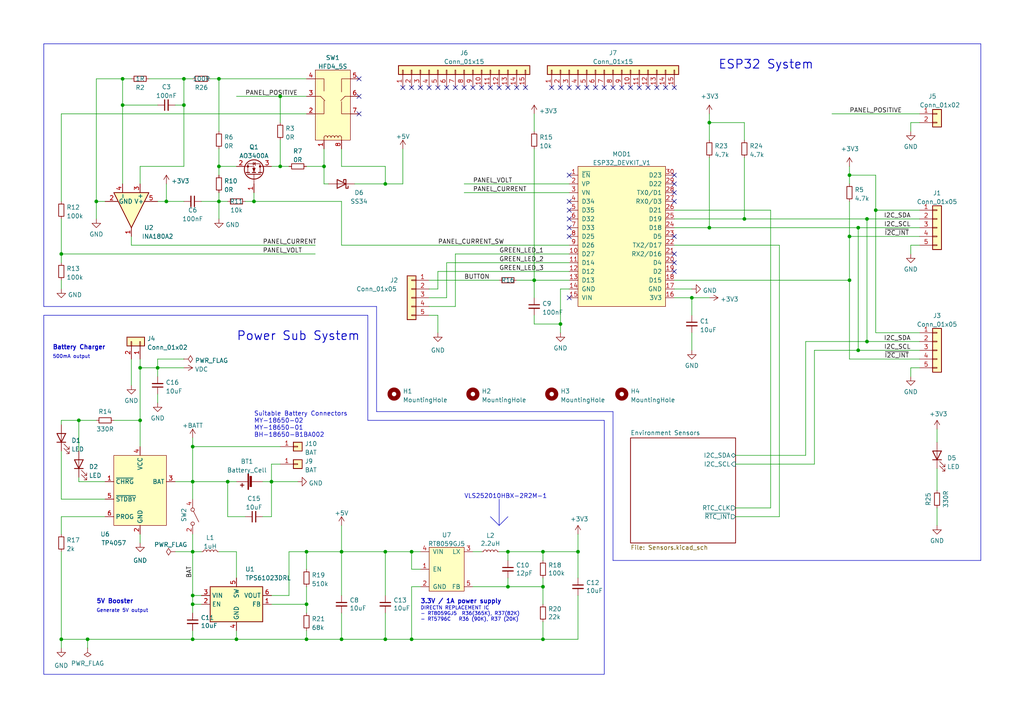
<source format=kicad_sch>
(kicad_sch (version 20230121) (generator eeschema)
  (paper "A4")
  (lib_symbols
    (symbol "Amplifier_Current:INA180A1" (pin_names (offset 0.127))
      (property "Reference" "U" (at 3.81 3.81 0))
      (property "Value" "INA180A1" (at 3.81 -2.54 0))
      (symbol "INA180A1_1_1"
        (pin output line (at 7.62 0 180) (length 2.54) (name "~") (number "1"))
        (pin power_in line (at -2.54 -7.62 90) (length 3.81) (name "GND") (number "2"))
        (pin input line (at -7.62 2.54 0) (length 2.54) (name "+") (number "3"))
        (pin input line (at -7.62 -2.54 0) (length 2.54) (name "-") (number "4"))
        (pin power_in line (at -2.54 7.62 270) (length 3.81) (name "V+") (number "5"))
      )
    )
    (symbol "Connector_Generic:Conn_01x01" (pin_names (offset 1.016) hide)
      (property "Reference" "J" (at 0 2.54 0))
      (property "Value" "Conn_01x01" (at 0 -2.54 0))
      (symbol "Conn_01x01_1_1"
        (pin passive line (at -5.08 0 0) (length 3.81) (name "Pin_1") (number "1"))
      )
    )
    (symbol "Connector_Generic:Conn_01x02" (pin_names (offset 1.016) hide)
      (property "Reference" "J" (at 0 2.54 0))
      (property "Value" "Conn_01x02" (at 0 -5.08 0))
      (symbol "Conn_01x02_1_1"
        (pin passive line (at -5.08 0 0) (length 3.81) (name "Pin_1") (number "1"))
        (pin passive line (at -5.08 -2.54 0) (length 3.81) (name "Pin_2") (number "2"))
      )
    )
    (symbol "Connector_Generic:Conn_01x05" (pin_names (offset 1.016) hide)
      (property "Reference" "J" (at 0 7.62 0))
      (property "Value" "Conn_01x05" (at 0 -7.62 0))
      (symbol "Conn_01x05_1_1"
        (pin passive line (at -5.08 5.08 0) (length 3.81) (name "Pin_1") (number "1"))
        (pin passive line (at -5.08 2.54 0) (length 3.81) (name "Pin_2") (number "2"))
        (pin passive line (at -5.08 0 0) (length 3.81) (name "Pin_3") (number "3"))
        (pin passive line (at -5.08 -2.54 0) (length 3.81) (name "Pin_4") (number "4"))
        (pin passive line (at -5.08 -5.08 0) (length 3.81) (name "Pin_5") (number "5"))
      )
    )
    (symbol "Connector_Generic:Conn_01x15" (pin_names (offset 1.016) hide)
      (property "Reference" "J" (at 0 20.32 0))
      (property "Value" "Conn_01x15" (at 0 -20.32 0))
      (symbol "Conn_01x15_1_1"
        (pin passive line (at -5.08 17.78 0) (length 3.81) (name "Pin_1") (number "1"))
        (pin passive line (at -5.08 -5.08 0) (length 3.81) (name "Pin_10") (number "10"))
        (pin passive line (at -5.08 -7.62 0) (length 3.81) (name "Pin_11") (number "11"))
        (pin passive line (at -5.08 -10.16 0) (length 3.81) (name "Pin_12") (number "12"))
        (pin passive line (at -5.08 -12.7 0) (length 3.81) (name "Pin_13") (number "13"))
        (pin passive line (at -5.08 -15.24 0) (length 3.81) (name "Pin_14") (number "14"))
        (pin passive line (at -5.08 -17.78 0) (length 3.81) (name "Pin_15") (number "15"))
        (pin passive line (at -5.08 15.24 0) (length 3.81) (name "Pin_2") (number "2"))
        (pin passive line (at -5.08 12.7 0) (length 3.81) (name "Pin_3") (number "3"))
        (pin passive line (at -5.08 10.16 0) (length 3.81) (name "Pin_4") (number "4"))
        (pin passive line (at -5.08 7.62 0) (length 3.81) (name "Pin_5") (number "5"))
        (pin passive line (at -5.08 5.08 0) (length 3.81) (name "Pin_6") (number "6"))
        (pin passive line (at -5.08 2.54 0) (length 3.81) (name "Pin_7") (number "7"))
        (pin passive line (at -5.08 0 0) (length 3.81) (name "Pin_8") (number "8"))
        (pin passive line (at -5.08 -2.54 0) (length 3.81) (name "Pin_9") (number "9"))
      )
    )
    (symbol "Device:Battery_Cell" (pin_numbers hide) (pin_names (offset 0) hide)
      (property "Reference" "BT" (at 2.54 2.54 0))
      (property "Value" "Battery_Cell" (at 2.54 0 0))
      (symbol "Battery_Cell_1_1"
        (pin passive line (at 0 5.08 270) (length 2.54) (name "+") (number "1"))
        (pin passive line (at 0 -2.54 90) (length 2.54) (name "-") (number "2"))
      )
    )
    (symbol "Device:C_Small" (pin_numbers hide) (pin_names (offset 0.254) hide)
      (property "Reference" "C" (at 0.254 1.778 0))
      (property "Value" "C_Small" (at 0.254 -2.032 0))
      (symbol "C_Small_1_1"
        (pin passive line (at 0 2.54 270) (length 2.032) (name "~") (number "1"))
        (pin passive line (at 0 -2.54 90) (length 2.032) (name "~") (number "2"))
      )
    )
    (symbol "Device:D_Schottky" (pin_numbers hide) (pin_names (offset 1.016) hide)
      (property "Reference" "D" (at 0 2.54 0))
      (property "Value" "D_Schottky" (at 0 -2.54 0))
      (symbol "D_Schottky_1_1"
        (pin passive line (at -3.81 0 0) (length 2.54) (name "K") (number "1"))
        (pin passive line (at 3.81 0 180) (length 2.54) (name "A") (number "2"))
      )
    )
    (symbol "Device:LED" (pin_numbers hide) (pin_names (offset 1.016) hide)
      (property "Reference" "D" (at 0 2.54 0))
      (property "Value" "LED" (at 0 -2.54 0))
      (symbol "LED_1_1"
        (pin passive line (at -3.81 0 0) (length 2.54) (name "K") (number "1"))
        (pin passive line (at 3.81 0 180) (length 2.54) (name "A") (number "2"))
      )
    )
    (symbol "Device:L_Small" (pin_numbers hide) (pin_names (offset 0.254) hide)
      (property "Reference" "L" (at 0.762 1.016 0))
      (property "Value" "L_Small" (at 0.762 -1.016 0))
      (symbol "L_Small_1_1"
        (pin passive line (at 0 2.54 270) (length 0.508) (name "~") (number "1"))
        (pin passive line (at 0 -2.54 90) (length 0.508) (name "~") (number "2"))
      )
    )
    (symbol "Device:R_Small" (pin_numbers hide) (pin_names (offset 0.254) hide)
      (property "Reference" "R" (at 0.762 0.508 0))
      (property "Value" "R_Small" (at 0.762 -1.016 0))
      (symbol "R_Small_1_1"
        (pin passive line (at 0 2.54 270) (length 0.762) (name "~") (number "1"))
        (pin passive line (at 0 -2.54 90) (length 0.762) (name "~") (number "2"))
      )
    )
    (symbol "Esspressif Systems:ESP32_DEVKIT_V1" (pin_names (offset 1.016))
      (property "Reference" "MOD" (at 1.27 16.51 0))
      (property "Value" "ESP32_DEVKIT_V1" (at -1.27 -31.75 0))
      (symbol "ESP32_DEVKIT_V1_1_1"
        (pin input line (at -15.24 12.7 0) (length 2.54) (name "~{EN}") (number "1"))
        (pin bidirectional line (at -15.24 -10.16 0) (length 2.54) (name "D27") (number "10"))
        (pin bidirectional line (at -15.24 -12.7 0) (length 2.54) (name "D14") (number "11"))
        (pin bidirectional line (at -15.24 -15.24 0) (length 2.54) (name "D12") (number "12"))
        (pin bidirectional line (at -15.24 -17.78 0) (length 2.54) (name "D13") (number "13"))
        (pin passive line (at -15.24 -20.32 0) (length 2.54) (name "GND") (number "14"))
        (pin power_in line (at -15.24 -22.86 0) (length 2.54) (name "VIN") (number "15"))
        (pin power_out line (at 15.24 -22.86 180) (length 2.54) (name "3V3") (number "16"))
        (pin passive line (at 15.24 -20.32 180) (length 2.54) (name "GND") (number "17"))
        (pin bidirectional line (at 15.24 -17.78 180) (length 2.54) (name "D15") (number "18"))
        (pin bidirectional line (at 15.24 -15.24 180) (length 2.54) (name "D2") (number "19"))
        (pin input line (at -15.24 10.16 0) (length 2.54) (name "VP") (number "2"))
        (pin bidirectional line (at 15.24 -12.7 180) (length 2.54) (name "D4") (number "20"))
        (pin bidirectional line (at 15.24 -10.16 180) (length 2.54) (name "RX2/D16") (number "21"))
        (pin bidirectional line (at 15.24 -7.62 180) (length 2.54) (name "TX2/D17") (number "22"))
        (pin bidirectional line (at 15.24 -5.08 180) (length 2.54) (name "D5") (number "23"))
        (pin bidirectional line (at 15.24 -2.54 180) (length 2.54) (name "D18") (number "24"))
        (pin bidirectional line (at 15.24 0 180) (length 2.54) (name "D19") (number "25"))
        (pin input line (at 15.24 2.54 180) (length 2.54) (name "D21") (number "26"))
        (pin bidirectional line (at 15.24 5.08 180) (length 2.54) (name "RX0/D3") (number "27"))
        (pin bidirectional line (at 15.24 7.62 180) (length 2.54) (name "TX0/D1") (number "28"))
        (pin bidirectional line (at 15.24 10.16 180) (length 2.54) (name "D22") (number "29"))
        (pin input line (at -15.24 7.62 0) (length 2.54) (name "VN") (number "3"))
        (pin bidirectional line (at 15.24 12.7 180) (length 2.54) (name "D23") (number "30"))
        (pin input line (at -15.24 5.08 0) (length 2.54) (name "D34") (number "4"))
        (pin input line (at -15.24 2.54 0) (length 2.54) (name "D35") (number "5"))
        (pin bidirectional line (at -15.24 0 0) (length 2.54) (name "D32") (number "6"))
        (pin bidirectional line (at -15.24 -2.54 0) (length 2.54) (name "D33") (number "7"))
        (pin bidirectional line (at -15.24 -5.08 0) (length 2.54) (name "D25") (number "8"))
        (pin bidirectional line (at -15.24 -7.62 0) (length 2.54) (name "D26") (number "9"))
      )
    )
    (symbol "Mechanical:MountingHole" (pin_names (offset 1.016))
      (property "Reference" "H" (at 0 5.08 0))
      (property "Value" "MountingHole" (at 0 3.175 0))
    )
    (symbol "NanJing Top Power:TP4057"
      (property "Reference" "U" (at 5.08 -12.7 0))
      (property "Value" "TP4057" (at 7.62 -15.24 0))
      (symbol "TP4057_1_1"
        (pin open_collector line (at -10.16 2.54 0) (length 2.54) (name "~{CHRG}") (number "1"))
        (pin passive line (at 0 -12.7 90) (length 2.54) (name "GND") (number "2"))
        (pin power_out line (at 10.16 2.54 180) (length 2.54) (name "BAT") (number "3"))
        (pin power_in line (at 0 12.7 270) (length 2.54) (name "VCC") (number "4"))
        (pin open_collector line (at -10.16 -2.54 0) (length 2.54) (name "~{STDBY}") (number "5"))
        (pin input line (at -10.16 -7.62 0) (length 2.54) (name "PROG") (number "6"))
      )
    )
    (symbol "Richtek:RT8059GJ5" (pin_names (offset 1.016))
      (property "Reference" "U" (at 3.81 -7.62 0))
      (property "Value" "RT8059GJ5" (at 0 7.62 0))
      (symbol "RT8059GJ5_1_1"
        (pin input line (at -7.62 0 0) (length 2.54) (name "EN") (number "1"))
        (pin passive line (at -7.62 -5.08 0) (length 2.54) (name "GND") (number "2"))
        (pin passive line (at 7.62 5.08 180) (length 2.54) (name "LX") (number "3"))
        (pin power_in line (at -7.62 5.08 0) (length 2.54) (name "VIN") (number "4"))
        (pin passive line (at 7.62 -5.08 180) (length 2.54) (name "FB") (number "5"))
      )
    )
    (symbol "Switch:SW_SPST" (pin_names (offset 0) hide)
      (property "Reference" "SW2" (at 2.413 0.8347 90))
      (property "Value" "SW_SPST" (at 2.413 -1.7022 90))
      (symbol "SW_SPST_1_1"
        (pin passive line (at 5.08 0 180) (length 2.54) (name "B") (number "2"))
        (pin passive line (at -5.08 0 0) (length 2.54) (name "A") (number "4"))
      )
    )
    (symbol "TI_Power:TPS61023DRL"
      (property "Reference" "U" (at 5.08 -7.62 0))
      (property "Value" "TPS61023DRL" (at 10.16 -10.16 0))
      (symbol "TPS61023DRL_1_1"
        (pin input line (at 10.16 0 180) (length 2.54) (name "FB") (number "1"))
        (pin input line (at -10.16 0 0) (length 2.54) (name "EN") (number "2"))
        (pin power_in line (at -10.16 2.54 0) (length 2.54) (name "VIN") (number "3"))
        (pin power_in line (at 0 -7.62 90) (length 2.54) (name "GND") (number "4"))
        (pin passive line (at 0 7.62 270) (length 2.54) (name "SW") (number "5"))
        (pin power_out line (at 10.16 2.54 180) (length 2.54) (name "VOUT") (number "6"))
      )
    )
    (symbol "Transistor_FET:AO3400A" (pin_names hide)
      (property "Reference" "Q" (at 5.08 1.905 0))
      (property "Value" "AO3400A" (at 5.08 0 0))
      (symbol "AO3400A_1_1"
        (pin input line (at -5.08 0 0) (length 2.54) (name "G") (number "1"))
        (pin passive line (at 2.54 -5.08 90) (length 2.54) (name "S") (number "2"))
        (pin passive line (at 2.54 5.08 270) (length 2.54) (name "D") (number "3"))
      )
    )
    (symbol "Xiamen Hiongfa:HFD4_5S" (pin_names (offset 1.016))
      (property "Reference" "RL" (at 5.08 -12.7 0))
      (property "Value" "HFD4_5S" (at -2.54 -12.7 0))
      (symbol "HFD4_5S_1_1"
        (pin passive line (at -2.54 12.7 270) (length 2.54) (name "~") (number "1"))
        (pin passive line (at -7.62 2.54 0) (length 2.54) (name "~") (number "2"))
        (pin passive line (at -7.62 -2.54 0) (length 2.54) (name "~") (number "3"))
        (pin passive line (at -7.62 -7.62 0) (length 2.54) (name "~") (number "4"))
        (pin passive line (at 7.62 -7.62 180) (length 2.54) (name "~") (number "5"))
        (pin passive line (at 7.62 -2.54 180) (length 2.54) (name "~") (number "6"))
        (pin passive line (at 7.62 2.54 180) (length 2.54) (name "~") (number "7"))
        (pin passive line (at 2.54 12.7 270) (length 2.54) (name "~") (number "8"))
      )
    )
    (symbol "power:+3V3" (power) (pin_names (offset 0))
      (property "Value" "+3V3" (at 0 3.556 0))
      (symbol "+3V3_1_1"
        (pin power_in line (at 0 0 90) (length 0) hide (name "+3V3") (number "1"))
      )
    )
    (symbol "power:+5V" (power) (pin_names (offset 0))
      (property "Value" "+5V" (at 0 3.556 0))
      (symbol "+5V_1_1"
        (pin power_in line (at 0 0 90) (length 0) hide (name "+5V") (number "1"))
      )
    )
    (symbol "power:+BATT" (power) (pin_names (offset 0))
      (property "Value" "+BATT" (at 0 3.556 0))
      (symbol "+BATT_1_1"
        (pin power_in line (at 0 0 90) (length 0) hide (name "+BATT") (number "1"))
      )
    )
    (symbol "power:GND" (power) (pin_names (offset 0))
      (property "Value" "GND" (at 0 -3.81 0))
      (symbol "GND_1_1"
        (pin power_in line (at 0 0 270) (length 0) hide (name "GND") (number "1"))
      )
    )
    (symbol "power:PWR_FLAG" (power) (pin_numbers hide) (pin_names (offset 0) hide)
      (property "Value" "PWR_FLAG" (at 0 3.81 0))
      (symbol "PWR_FLAG_0_0"
        (pin power_out line (at 0 0 90) (length 0) (name "pwr") (number "1"))
      )
    )
    (symbol "power:VDC" (power) (pin_names (offset 0))
      (property "Value" "VDC" (at 0 6.35 0))
      (symbol "VDC_1_1"
        (pin power_in line (at 0 0 90) (length 0) hide (name "VDC") (number "1"))
      )
    )
  )
  (junction (at 55.88 129.54))
  (junction (at 246.38 68.58))
  (junction (at 119.38 185.42))
  (junction (at 40.64 121.92))
  (junction (at 88.9 160.02))
  (junction (at 111.76 53.34))
  (junction (at 119.38 160.02))
  (junction (at 111.76 160.02))
  (junction (at 17.78 73.66))
  (junction (at 48.26 58.42))
  (junction (at 93.98 48.26))
  (junction (at 63.5 48.26))
  (junction (at 66.04 139.7))
  (junction (at 27.94 58.42))
  (junction (at 157.48 185.42))
  (junction (at 162.56 93.98))
  (junction (at 111.76 185.42))
  (junction (at 55.88 185.42))
  (junction (at 251.46 63.5))
  (junction (at 99.06 160.02))
  (junction (at 167.64 160.02))
  (junction (at 78.74 139.7))
  (junction (at 55.88 175.26))
  (junction (at 22.86 121.92))
  (junction (at 147.32 170.18))
  (junction (at 53.34 30.48))
  (junction (at 254 60.96))
  (junction (at 40.64 106.68))
  (junction (at 55.88 172.72))
  (junction (at 88.9 185.42))
  (junction (at 157.48 160.02))
  (junction (at 55.88 160.02))
  (junction (at 17.78 185.42))
  (junction (at 81.28 27.94))
  (junction (at 215.9 63.5))
  (junction (at 88.9 175.26))
  (junction (at 248.92 101.6))
  (junction (at 81.28 48.26))
  (junction (at 35.56 22.86))
  (junction (at 251.46 99.06))
  (junction (at 73.66 58.42))
  (junction (at 53.34 22.86))
  (junction (at 63.5 22.86))
  (junction (at 45.72 106.68))
  (junction (at 200.66 86.36))
  (junction (at 157.48 170.18))
  (junction (at 63.5 58.42))
  (junction (at 246.38 81.28))
  (junction (at 246.38 50.8))
  (junction (at 25.4 185.42))
  (junction (at 205.74 35.56))
  (junction (at 55.88 139.7))
  (junction (at 147.32 160.02))
  (junction (at 99.06 185.42))
  (junction (at 248.92 66.04))
  (junction (at 205.74 66.04))
  (junction (at 154.94 81.28))
  (junction (at 68.58 185.42))
  (junction (at 35.56 30.48))
  (no_connect (at 185.42 25.4))
  (no_connect (at 167.64 25.4))
  (no_connect (at 162.56 25.4))
  (no_connect (at 129.54 25.4))
  (no_connect (at 165.1 60.96))
  (no_connect (at 127 25.4))
  (no_connect (at 160.02 25.4))
  (no_connect (at 193.04 25.4))
  (no_connect (at 142.24 25.4))
  (no_connect (at 152.4 25.4))
  (no_connect (at 121.92 25.4))
  (no_connect (at 195.58 53.34))
  (no_connect (at 175.26 25.4))
  (no_connect (at 165.1 86.36))
  (no_connect (at 144.78 25.4))
  (no_connect (at 195.58 78.74))
  (no_connect (at 104.14 22.86))
  (no_connect (at 165.1 50.8))
  (no_connect (at 147.32 25.4))
  (no_connect (at 104.14 27.94))
  (no_connect (at 132.08 25.4))
  (no_connect (at 165.1 63.5))
  (no_connect (at 187.96 25.4))
  (no_connect (at 195.58 73.66))
  (no_connect (at 149.86 25.4))
  (no_connect (at 165.1 66.04))
  (no_connect (at 137.16 25.4))
  (no_connect (at 195.58 58.42))
  (no_connect (at 172.72 25.4))
  (no_connect (at 180.34 25.4))
  (no_connect (at 104.14 33.02))
  (no_connect (at 119.38 25.4))
  (no_connect (at 165.1 68.58))
  (no_connect (at 195.58 50.8))
  (no_connect (at 195.58 76.2))
  (no_connect (at 177.8 25.4))
  (no_connect (at 182.88 25.4))
  (no_connect (at 195.58 68.58))
  (no_connect (at 165.1 25.4))
  (no_connect (at 170.18 25.4))
  (no_connect (at 165.1 58.42))
  (no_connect (at 139.7 25.4))
  (no_connect (at 134.62 25.4))
  (no_connect (at 124.46 25.4))
  (no_connect (at 190.5 25.4))
  (no_connect (at 195.58 55.88))
  (no_connect (at 195.58 25.4))
  (no_connect (at 116.84 25.4))
  (polyline (pts (xy 12.7 88.9) (xy 109.22 88.9)))
  (wire (pts (xy 93.98 43.18) (xy 93.98 48.26)))
  (wire (pts (xy 99.06 48.26) (xy 111.76 48.26)))
  (wire (pts (xy 205.74 33.02) (xy 205.74 35.56)))
  (wire (pts (xy 81.28 27.94) (xy 88.9 27.94)))
  (wire (pts (xy 167.64 154.94) (xy 167.64 160.02)))
  (wire (pts (xy 68.58 48.26) (xy 63.5 48.26)))
  (wire (pts (xy 254 60.96) (xy 254 96.52)))
  (wire (pts (xy 40.64 53.34) (xy 40.64 48.26)))
  (wire (pts (xy 78.74 48.26) (xy 81.28 48.26)))
  (wire (pts (xy 132.08 88.9) (xy 132.08 73.66)))
  (wire (pts (xy 251.46 99.06) (xy 266.7 99.06)))
  (wire (pts (xy 25.4 185.42) (xy 55.88 185.42)))
  (wire (pts (xy 17.78 130.81) (xy 17.78 144.78)))
  (polyline (pts (xy 109.22 88.9) (xy 109.22 119.38)))
  (wire (pts (xy 81.28 40.64) (xy 81.28 48.26)))
  (wire (pts (xy 119.38 170.18) (xy 121.92 170.18)))
  (wire (pts (xy 83.82 160.02) (xy 88.9 160.02)))
  (wire (pts (xy 167.64 172.72) (xy 167.64 185.42)))
  (wire (pts (xy 99.06 185.42) (xy 99.06 177.8)))
  (wire (pts (xy 68.58 182.88) (xy 68.58 185.42)))
  (wire (pts (xy 33.02 121.92) (xy 40.64 121.92)))
  (wire (pts (xy 124.46 88.9) (xy 132.08 88.9)))
  (wire (pts (xy 195.58 66.04) (xy 205.74 66.04)))
  (wire (pts (xy 55.88 175.26) (xy 55.88 177.8)))
  (wire (pts (xy 78.74 134.62) (xy 78.74 139.7)))
  (wire (pts (xy 55.88 172.72) (xy 58.42 172.72)))
  (wire (pts (xy 17.78 144.78) (xy 30.48 144.78)))
  (wire (pts (xy 76.2 149.86) (xy 78.74 149.86)))
  (wire (pts (xy 35.56 30.48) (xy 45.72 30.48)))
  (wire (pts (xy 139.7 160.02) (xy 137.16 160.02)))
  (wire (pts (xy 157.48 160.02) (xy 167.64 160.02)))
  (wire (pts (xy 127 96.52) (xy 127 91.44)))
  (wire (pts (xy 205.74 66.04) (xy 248.92 66.04)))
  (wire (pts (xy 200.66 96.52) (xy 200.66 101.6)))
  (wire (pts (xy 271.78 147.32) (xy 271.78 152.4)))
  (wire (pts (xy 119.38 165.1) (xy 119.38 160.02)))
  (wire (pts (xy 40.64 106.68) (xy 40.64 121.92)))
  (wire (pts (xy 53.34 104.14) (xy 45.72 104.14)))
  (wire (pts (xy 63.5 58.42) (xy 63.5 63.5)))
  (wire (pts (xy 63.5 48.26) (xy 63.5 50.8)))
  (wire (pts (xy 129.54 86.36) (xy 129.54 76.2)))
  (wire (pts (xy 215.9 35.56) (xy 215.9 40.64)))
  (polyline (pts (xy 109.22 119.38) (xy 177.8 119.38)))
  (wire (pts (xy 205.74 35.56) (xy 215.9 35.56)))
  (wire (pts (xy 248.92 101.6) (xy 266.7 101.6)))
  (wire (pts (xy 233.68 99.06) (xy 251.46 99.06)))
  (wire (pts (xy 35.56 30.48) (xy 35.56 53.34)))
  (wire (pts (xy 215.9 45.72) (xy 215.9 63.5)))
  (wire (pts (xy 40.64 121.92) (xy 40.64 129.54)))
  (wire (pts (xy 246.38 68.58) (xy 246.38 81.28)))
  (wire (pts (xy 213.36 134.62) (xy 236.22 134.62)))
  (wire (pts (xy 215.9 63.5) (xy 251.46 63.5)))
  (wire (pts (xy 134.62 53.34) (xy 165.1 53.34)))
  (wire (pts (xy 99.06 43.18) (xy 99.06 48.26)))
  (wire (pts (xy 134.62 55.88) (xy 165.1 55.88)))
  (wire (pts (xy 25.4 185.42) (xy 25.4 187.96)))
  (wire (pts (xy 99.06 160.02) (xy 111.76 160.02)))
  (wire (pts (xy 17.78 185.42) (xy 25.4 185.42)))
  (wire (pts (xy 236.22 101.6) (xy 236.22 134.62)))
  (wire (pts (xy 99.06 185.42) (xy 111.76 185.42)))
  (wire (pts (xy 111.76 53.34) (xy 116.84 53.34)))
  (wire (pts (xy 154.94 43.18) (xy 154.94 81.28)))
  (wire (pts (xy 38.1 104.14) (xy 38.1 111.76)))
  (wire (pts (xy 93.98 48.26) (xy 93.98 53.34)))
  (wire (pts (xy 50.8 30.48) (xy 53.34 30.48)))
  (wire (pts (xy 53.34 30.48) (xy 53.34 48.26)))
  (wire (pts (xy 81.28 134.62) (xy 78.74 134.62)))
  (wire (pts (xy 233.68 132.08) (xy 233.68 99.06)))
  (wire (pts (xy 71.12 149.86) (xy 66.04 149.86)))
  (wire (pts (xy 226.06 71.12) (xy 226.06 149.86)))
  (wire (pts (xy 50.8 139.7) (xy 55.88 139.7)))
  (wire (pts (xy 66.04 139.7) (xy 68.58 139.7)))
  (wire (pts (xy 71.12 58.42) (xy 73.66 58.42)))
  (wire (pts (xy 200.66 86.36) (xy 200.66 91.44)))
  (wire (pts (xy 124.46 81.28) (xy 144.78 81.28)))
  (wire (pts (xy 195.58 71.12) (xy 226.06 71.12)))
  (wire (pts (xy 264.16 35.56) (xy 266.7 35.56)))
  (wire (pts (xy 55.88 127) (xy 55.88 129.54)))
  (wire (pts (xy 55.88 139.7) (xy 66.04 139.7)))
  (wire (pts (xy 63.5 160.02) (xy 68.58 160.02)))
  (wire (pts (xy 63.5 22.86) (xy 88.9 22.86)))
  (wire (pts (xy 246.38 50.8) (xy 254 50.8)))
  (wire (pts (xy 246.38 104.14) (xy 266.7 104.14)))
  (wire (pts (xy 17.78 73.66) (xy 17.78 76.2)))
  (polyline (pts (xy 175.26 121.92) (xy 106.68 121.92)))
  (wire (pts (xy 68.58 185.42) (xy 88.9 185.42)))
  (wire (pts (xy 154.94 33.02) (xy 154.94 38.1)))
  (wire (pts (xy 38.1 71.12) (xy 91.44 71.12)))
  (wire (pts (xy 165.1 71.12) (xy 99.06 71.12)))
  (polyline (pts (xy 12.7 195.58) (xy 175.26 195.58)))
  (wire (pts (xy 226.06 149.86) (xy 213.36 149.86)))
  (wire (pts (xy 157.48 162.56) (xy 157.48 160.02)))
  (wire (pts (xy 93.98 53.34) (xy 95.25 53.34)))
  (wire (pts (xy 88.9 48.26) (xy 93.98 48.26)))
  (wire (pts (xy 254 60.96) (xy 266.7 60.96)))
  (wire (pts (xy 68.58 160.02) (xy 68.58 167.64)))
  (wire (pts (xy 248.92 66.04) (xy 266.7 66.04)))
  (polyline (pts (xy 106.68 91.44) (xy 12.7 91.44)))
  (wire (pts (xy 45.72 106.68) (xy 53.34 106.68)))
  (wire (pts (xy 264.16 109.22) (xy 264.16 106.68)))
  (wire (pts (xy 63.5 43.18) (xy 63.5 48.26)))
  (wire (pts (xy 121.92 165.1) (xy 119.38 165.1)))
  (wire (pts (xy 45.72 114.3) (xy 45.72 116.84)))
  (polyline (pts (xy 12.7 91.44) (xy 12.7 195.58)))
  (wire (pts (xy 213.36 132.08) (xy 233.68 132.08)))
  (wire (pts (xy 17.78 81.28) (xy 17.78 83.82)))
  (wire (pts (xy 162.56 83.82) (xy 162.56 93.98)))
  (wire (pts (xy 22.86 121.92) (xy 27.94 121.92)))
  (wire (pts (xy 17.78 63.5) (xy 17.78 73.66)))
  (wire (pts (xy 73.66 58.42) (xy 99.06 58.42)))
  (wire (pts (xy 45.72 58.42) (xy 48.26 58.42)))
  (wire (pts (xy 55.88 172.72) (xy 55.88 175.26)))
  (wire (pts (xy 40.64 106.68) (xy 45.72 106.68)))
  (wire (pts (xy 154.94 93.98) (xy 162.56 93.98)))
  (wire (pts (xy 76.2 139.7) (xy 78.74 139.7)))
  (wire (pts (xy 88.9 160.02) (xy 88.9 165.1)))
  (wire (pts (xy 254 96.52) (xy 266.7 96.52)))
  (wire (pts (xy 17.78 33.02) (xy 88.9 33.02)))
  (wire (pts (xy 195.58 86.36) (xy 200.66 86.36)))
  (wire (pts (xy 55.88 175.26) (xy 58.42 175.26)))
  (wire (pts (xy 154.94 81.28) (xy 165.1 81.28)))
  (wire (pts (xy 17.78 154.94) (xy 17.78 149.86)))
  (wire (pts (xy 127 78.74) (xy 165.1 78.74)))
  (wire (pts (xy 60.96 22.86) (xy 63.5 22.86)))
  (wire (pts (xy 132.08 73.66) (xy 165.1 73.66)))
  (wire (pts (xy 78.74 149.86) (xy 78.74 139.7)))
  (wire (pts (xy 119.38 185.42) (xy 119.38 170.18)))
  (wire (pts (xy 251.46 63.5) (xy 266.7 63.5)))
  (wire (pts (xy 30.48 139.7) (xy 22.86 139.7)))
  (wire (pts (xy 66.04 149.86) (xy 66.04 139.7)))
  (wire (pts (xy 246.38 81.28) (xy 246.38 104.14)))
  (wire (pts (xy 83.82 172.72) (xy 83.82 160.02)))
  (wire (pts (xy 17.78 160.02) (xy 17.78 185.42)))
  (wire (pts (xy 236.22 101.6) (xy 248.92 101.6)))
  (wire (pts (xy 154.94 81.28) (xy 154.94 86.36)))
  (wire (pts (xy 50.8 160.02) (xy 55.88 160.02)))
  (wire (pts (xy 157.48 185.42) (xy 167.64 185.42)))
  (wire (pts (xy 147.32 162.56) (xy 147.32 160.02)))
  (wire (pts (xy 55.88 160.02) (xy 58.42 160.02)))
  (wire (pts (xy 271.78 135.89) (xy 271.78 142.24)))
  (wire (pts (xy 78.74 175.26) (xy 88.9 175.26)))
  (wire (pts (xy 264.16 106.68) (xy 266.7 106.68)))
  (wire (pts (xy 40.64 104.14) (xy 40.64 106.68)))
  (polyline (pts (xy 144.78 152.4) (xy 142.24 149.86)))
  (wire (pts (xy 88.9 177.8) (xy 88.9 175.26)))
  (wire (pts (xy 241.3 33.02) (xy 266.7 33.02)))
  (wire (pts (xy 48.26 58.42) (xy 53.34 58.42)))
  (wire (pts (xy 22.86 121.92) (xy 22.86 130.81)))
  (wire (pts (xy 88.9 185.42) (xy 99.06 185.42)))
  (wire (pts (xy 40.64 48.26) (xy 53.34 48.26)))
  (wire (pts (xy 55.88 129.54) (xy 55.88 139.7)))
  (wire (pts (xy 137.16 170.18) (xy 147.32 170.18)))
  (wire (pts (xy 144.78 160.02) (xy 147.32 160.02)))
  (wire (pts (xy 35.56 22.86) (xy 35.56 30.48)))
  (wire (pts (xy 195.58 81.28) (xy 246.38 81.28)))
  (wire (pts (xy 111.76 177.8) (xy 111.76 185.42)))
  (wire (pts (xy 55.88 154.94) (xy 55.88 160.02)))
  (wire (pts (xy 55.88 129.54) (xy 81.28 129.54)))
  (wire (pts (xy 213.36 147.32) (xy 223.52 147.32)))
  (wire (pts (xy 88.9 170.18) (xy 88.9 175.26)))
  (wire (pts (xy 17.78 185.42) (xy 17.78 187.96)))
  (wire (pts (xy 162.56 93.98) (xy 162.56 96.52)))
  (wire (pts (xy 58.42 58.42) (xy 63.5 58.42)))
  (polyline (pts (xy 147.32 149.86) (xy 144.78 152.4)))
  (wire (pts (xy 27.94 58.42) (xy 30.48 58.42)))
  (wire (pts (xy 205.74 35.56) (xy 205.74 40.64)))
  (wire (pts (xy 124.46 83.82) (xy 127 83.82)))
  (polyline (pts (xy 12.7 12.7) (xy 12.7 88.9)))
  (wire (pts (xy 157.48 170.18) (xy 157.48 167.64)))
  (wire (pts (xy 124.46 86.36) (xy 129.54 86.36)))
  (wire (pts (xy 63.5 22.86) (xy 63.5 38.1)))
  (wire (pts (xy 157.48 175.26) (xy 157.48 170.18)))
  (wire (pts (xy 99.06 172.72) (xy 99.06 160.02)))
  (wire (pts (xy 157.48 185.42) (xy 157.48 180.34)))
  (wire (pts (xy 149.86 81.28) (xy 154.94 81.28)))
  (wire (pts (xy 55.88 185.42) (xy 68.58 185.42)))
  (wire (pts (xy 205.74 45.72) (xy 205.74 66.04)))
  (wire (pts (xy 73.66 55.88) (xy 73.66 58.42)))
  (wire (pts (xy 195.58 63.5) (xy 215.9 63.5)))
  (wire (pts (xy 111.76 160.02) (xy 119.38 160.02)))
  (wire (pts (xy 127 91.44) (xy 124.46 91.44)))
  (wire (pts (xy 22.86 138.43) (xy 22.86 139.7)))
  (wire (pts (xy 78.74 172.72) (xy 83.82 172.72)))
  (wire (pts (xy 55.88 172.72) (xy 55.88 160.02)))
  (wire (pts (xy 119.38 185.42) (xy 157.48 185.42)))
  (wire (pts (xy 81.28 48.26) (xy 83.82 48.26)))
  (wire (pts (xy 246.38 68.58) (xy 266.7 68.58)))
  (wire (pts (xy 200.66 86.36) (xy 205.74 86.36)))
  (wire (pts (xy 248.92 66.04) (xy 248.92 101.6)))
  (wire (pts (xy 119.38 160.02) (xy 121.92 160.02)))
  (wire (pts (xy 246.38 58.42) (xy 246.38 68.58)))
  (polyline (pts (xy 284.48 12.7) (xy 12.7 12.7)))
  (wire (pts (xy 246.38 48.26) (xy 246.38 50.8)))
  (wire (pts (xy 147.32 167.64) (xy 147.32 170.18)))
  (wire (pts (xy 63.5 58.42) (xy 66.04 58.42)))
  (wire (pts (xy 53.34 22.86) (xy 53.34 30.48)))
  (wire (pts (xy 127 83.82) (xy 127 78.74)))
  (wire (pts (xy 264.16 35.56) (xy 264.16 38.1)))
  (polyline (pts (xy 106.68 121.92) (xy 106.68 91.44)))
  (wire (pts (xy 99.06 71.12) (xy 99.06 58.42)))
  (wire (pts (xy 45.72 104.14) (xy 45.72 106.68)))
  (wire (pts (xy 147.32 160.02) (xy 157.48 160.02)))
  (wire (pts (xy 55.88 139.7) (xy 55.88 144.78)))
  (wire (pts (xy 88.9 160.02) (xy 99.06 160.02)))
  (wire (pts (xy 55.88 182.88) (xy 55.88 185.42)))
  (polyline (pts (xy 175.26 195.58) (xy 175.26 121.92)))
  (wire (pts (xy 27.94 58.42) (xy 27.94 22.86)))
  (wire (pts (xy 254 50.8) (xy 254 60.96)))
  (wire (pts (xy 246.38 50.8) (xy 246.38 53.34)))
  (wire (pts (xy 195.58 60.96) (xy 223.52 60.96)))
  (wire (pts (xy 195.58 83.82) (xy 200.66 83.82)))
  (wire (pts (xy 48.26 53.34) (xy 48.26 58.42)))
  (wire (pts (xy 43.18 22.86) (xy 53.34 22.86)))
  (wire (pts (xy 264.16 71.12) (xy 266.7 71.12)))
  (wire (pts (xy 63.5 55.88) (xy 63.5 58.42)))
  (wire (pts (xy 17.78 121.92) (xy 22.86 121.92)))
  (wire (pts (xy 17.78 73.66) (xy 91.44 73.66)))
  (wire (pts (xy 162.56 83.82) (xy 165.1 83.82)))
  (wire (pts (xy 78.74 139.7) (xy 86.36 139.7)))
  (wire (pts (xy 167.64 167.64) (xy 167.64 160.02)))
  (wire (pts (xy 88.9 185.42) (xy 88.9 182.88)))
  (wire (pts (xy 102.87 53.34) (xy 111.76 53.34)))
  (wire (pts (xy 111.76 160.02) (xy 111.76 172.72)))
  (wire (pts (xy 17.78 33.02) (xy 17.78 58.42)))
  (wire (pts (xy 99.06 152.4) (xy 99.06 160.02)))
  (wire (pts (xy 38.1 68.58) (xy 38.1 71.12)))
  (wire (pts (xy 35.56 22.86) (xy 38.1 22.86)))
  (wire (pts (xy 154.94 91.44) (xy 154.94 93.98)))
  (wire (pts (xy 271.78 124.46) (xy 271.78 128.27)))
  (polyline (pts (xy 284.48 162.56) (xy 177.8 162.56)))
  (polyline (pts (xy 284.48 162.56) (xy 284.48 12.7)))
  (wire (pts (xy 116.84 43.18) (xy 116.84 53.34)))
  (wire (pts (xy 27.94 22.86) (xy 35.56 22.86)))
  (wire (pts (xy 223.52 60.96) (xy 223.52 147.32)))
  (wire (pts (xy 45.72 106.68) (xy 45.72 109.22)))
  (wire (pts (xy 27.94 63.5) (xy 27.94 58.42)))
  (wire (pts (xy 68.58 27.94) (xy 81.28 27.94)))
  (polyline (pts (xy 177.8 162.56) (xy 177.8 119.38)))
  (wire (pts (xy 81.28 27.94) (xy 81.28 35.56)))
  (wire (pts (xy 111.76 185.42) (xy 119.38 185.42)))
  (wire (pts (xy 264.16 73.66) (xy 264.16 71.12)))
  (wire (pts (xy 129.54 76.2) (xy 165.1 76.2)))
  (wire (pts (xy 147.32 170.18) (xy 157.48 170.18)))
  (wire (pts (xy 53.34 22.86) (xy 55.88 22.86)))
  (wire (pts (xy 251.46 63.5) (xy 251.46 99.06)))
  (wire (pts (xy 17.78 121.92) (xy 17.78 123.19)))
  (polyline (pts (xy 144.78 144.78) (xy 144.78 152.4)))
  (wire (pts (xy 40.64 154.94) (xy 40.64 157.48)))
  (wire (pts (xy 17.78 149.86) (xy 30.48 149.86)))
  (wire (pts (xy 111.76 48.26) (xy 111.76 53.34)))
  (text "Battery Charger" (at 15.24 101.6 0) (effects (font (size 1.27 1.27) (thickness 0.254) bold) (justify left bottom)))
  (text "VLS252010HBX-2R2M-1" (at 134.62 144.78 0) (effects (font (size 1.27 1.27)) (justify left bottom)))
  (text "Power Sub System" (at 68.58 99.06 0) (effects (font (size 2.54 2.54) (thickness 0.254) bold) (justify left bottom)))
  (text "Suitable Battery Connectors\nMY-18650-02\nMY-18650-01\nBH-18650-B1BA002 \n" (at 73.66 127 0) (effects (font (size 1.27 1.27)) (justify left bottom)))
  (text "500mA output" (at 15.24 104.14 0) (effects (font (size 1.016 1.016)) (justify left bottom)))
  (text "DIRECTN REPLACEMENT IC\n- RT8059GJ5	R36(365K), R37(82K)\n- RT5796C   R36 (90K), R37 (20K)" (at 121.92 180.34 0) (effects (font (size 1.016 1.016)) (justify left bottom)))
  (text "ESP32 System" (at 208.28 20.32 0) (effects (font (size 2.54 2.54) (thickness 0.254) bold) (justify left bottom)))
  (text "5V Booster\n" (at 27.94 175.26 0) (effects (font (size 1.27 1.27) (thickness 0.254) bold) (justify left bottom)))
  (text "Generate 5V output\n" (at 27.94 177.8 0) (effects (font (size 1.016 1.016)) (justify left bottom)))
  (text "3.3V / 1A power supply" (at 121.92 175.26 0) (effects (font (size 1.27 1.27) (thickness 0.254) bold) (justify left bottom)))
  (label "~{I2C_INT}" (at 256.54 68.58 0))
  (label "PANEL_POSITIVE" (at 71.12 27.94 0))
  (label "BAT" (at 55.88 167.64 90))
  (label "I2C_SCL" (at 264.16 101.6 180))
  (label "PANEL_CURRENT" (at 76.2 71.12 0))
  (label "PANEL_CURRENT_SW" (at 127 71.12 0))
  (label "GREEN_LED_1" (at 144.78 73.66 0))
  (label "I2C_SDA" (at 264.16 63.5 180))
  (label "PANEL_POSITIVE" (at 246.38 33.02 0))
  (label "PANEL_VOLT" (at 76.2 73.66 0))
  (label "BUTTON" (at 134.62 81.28 0))
  (label "PANEL_VOLT" (at 137.16 53.34 0))
  (label "PANEL_CURRENT" (at 137.16 55.88 0))
  (label "I2C_SCL" (at 264.16 66.04 180))
  (label "I2C_SDA" (at 264.16 99.06 180))
  (label "~{I2C_INT}" (at 256.54 104.14 0))
  (label "GREEN_LED_2" (at 144.78 76.2 0))
  (label "GREEN_LED_3" (at 144.78 78.74 0))
  (symbol (lib_id "power:+3V3") (at 205.74 33.02 0) (unit 1)
    (property "Reference" "#PWR0112" (effects hide))
    (property "Value" "+3V3" (at 203.2 27.94 0) (effects (justify left)))
  )
  (symbol (lib_id "power:GND") (at 127 96.52 0) (unit 1)
    (property "Reference" "#PWR0129" (effects hide))
    (property "Value" "GND" (at 127 101.6 0))
  )
  (symbol (lib_id "Device:R_Small") (at 215.9 43.18 0) (unit 1)
    (property "Reference" "R24" (at 217.3986 42.3453 0) (effects (justify left)))
    (property "Value" "4.7k" (at 217.3986 44.8822 0) (effects (justify left)))
    (property "Footprint" "Resistor_SMD:R_0402_1005Metric" (effects hide))
  )
  (symbol (lib_id "Switch:SW_SPST") (at 55.88 149.86 270) (unit 1)
    (property "Reference" "SW2" (at 53.34 147.32 0) (effects (justify left)))
    (property "Value" "SW_SPST" (effects hide))
    (property "Footprint" "XKB:XKB5858-X-E" (effects hide))
  )
  (symbol (lib_id "Mechanical:MountingHole") (at 114.3 114.3 0) (unit 1)
    (property "Reference" "H1" (at 116.84 113.4653 0) (effects (justify left)))
    (property "Value" "MountingHole" (at 116.84 116.0022 0) (effects (justify left)))
    (property "Footprint" "MountingHole:MountingHole_2.2mm_M2" (effects hide))
  )
  (symbol (lib_id "power:GND") (at 17.78 83.82 0) (unit 1)
    (property "Reference" "#PWR0128" (effects hide))
    (property "Value" "GND" (at 19.685 85.5238 0) (effects (justify left)))
  )
  (symbol (lib_id "power:GND") (at 27.94 63.5 0) (unit 1)
    (property "Reference" "#PWR0124" (effects hide))
    (property "Value" "GND" (at 27.94 67.9434 0))
  )
  (symbol (lib_id "Device:R_Small") (at 205.74 43.18 0) (unit 1)
    (property "Reference" "R23" (at 207.2386 42.3453 0) (effects (justify left)))
    (property "Value" "4.7k" (at 207.2386 44.8822 0) (effects (justify left)))
    (property "Footprint" "Resistor_SMD:R_0402_1005Metric" (effects hide))
  )
  (symbol (lib_id "Device:R_Small") (at 17.78 78.74 0) (unit 1)
    (property "Reference" "R13" (at 19.2786 77.9053 0) (effects (justify left)))
    (property "Value" "100k" (at 19.2786 80.4422 0) (effects (justify left)))
    (property "Footprint" "Resistor_SMD:R_0402_1005Metric" (effects hide))
  )
  (symbol (lib_id "power:+5V") (at 99.06 152.4 0) (mirror y) (unit 1)
    (property "Reference" "#PWR0130" (effects hide))
    (property "Value" "+5V" (at 99.06 148.8242 0))
  )
  (symbol (lib_id "power:PWR_FLAG") (at 25.4 187.96 180) (unit 1)
    (property "Reference" "#FLG0101" (effects hide))
    (property "Value" "PWR_FLAG" (at 25.4 192.4034 0))
  )
  (symbol (lib_id "Device:D_Schottky") (at 99.06 53.34 180) (unit 1)
    (property "Reference" "D6" (at 104.14 55.88 0))
    (property "Value" "SS34" (at 104.14 58.42 0))
    (property "Footprint" "Diode_SMD:D_SMA" (effects hide))
  )
  (symbol (lib_id "Device:L_Small") (at 60.96 160.02 90) (unit 1)
    (property "Reference" "L1" (at 60.96 155.9392 90))
    (property "Value" "1uH" (at 60.96 158.4761 90))
    (property "Footprint" "Sunlord Inductors:WPN252010U" (effects hide))
  )
  (symbol (lib_id "power:GND") (at 40.64 157.48 0) (mirror y) (unit 1)
    (property "Reference" "#PWR0121" (effects hide))
    (property "Value" "GND" (at 40.64 162.56 0))
  )
  (symbol (lib_id "Device:R_Small") (at 154.94 40.64 0) (unit 1)
    (property "Reference" "R15" (at 156.4386 39.8053 0) (effects (justify left)))
    (property "Value" "10k" (at 156.4386 42.3422 0) (effects (justify left)))
    (property "Footprint" "Resistor_SMD:R_0402_1005Metric" (effects hide))
  )
  (symbol (lib_id "power:+BATT") (at 55.88 127 0) (unit 1)
    (property "Reference" "#PWR010" (effects hide))
    (property "Value" "+BATT" (at 55.88 123.4242 0))
  )
  (symbol (lib_id "Device:R_Small") (at 68.58 58.42 270) (unit 1)
    (property "Reference" "R11" (at 68.58 58.42 90))
    (property "Value" "10k" (at 68.58 60.96 90))
    (property "Footprint" "Resistor_SMD:R_0402_1005Metric" (effects hide))
  )
  (symbol (lib_id "Device:R_Small") (at 30.48 121.92 90) (mirror x) (unit 1)
    (property "Reference" "R14" (at 30.48 119.38 90))
    (property "Value" "330R" (at 30.48 124.46 90))
    (property "Footprint" "Resistor_SMD:R_0402_1005Metric" (effects hide))
  )
  (symbol (lib_id "Device:C_Small") (at 55.88 58.42 270) (unit 1)
    (property "Reference" "C6" (at 55.88 60.96 90))
    (property "Value" "100nF" (at 55.88 63.5 90))
    (property "Footprint" "Capacitor_SMD:C_0402_1005Metric" (effects hide))
  )
  (symbol (lib_id "power:GND") (at 264.16 38.1 0) (mirror y) (unit 1)
    (property "Reference" "#PWR0114" (effects hide))
    (property "Value" "GND" (at 264.16 42.5434 0))
  )
  (symbol (lib_id "Connector_Generic:Conn_01x15") (at 134.62 20.32 90) (unit 1) (on_board no)
    (property "Reference" "J6" (at 134.62 15.3502 90))
    (property "Value" "Conn_01x15" (at 134.62 17.8871 90))
    (property "Footprint" "Connector_PinSocket_2.54mm:PinSocket_1x15_P2.54mm_Vertical" (effects hide))
  )
  (symbol (lib_id "power:+3V3") (at 154.94 33.02 0) (unit 1)
    (property "Reference" "#PWR0102" (effects hide))
    (property "Value" "+3V3" (at 156.337 32.1838 0) (effects (justify left)))
  )
  (symbol (lib_id "Device:R_Small") (at 88.9 180.34 0) (unit 1)
    (property "Reference" "R21" (at 90.3986 179.5053 0) (effects (justify left)))
    (property "Value" "68k" (at 90.3986 182.0422 0) (effects (justify left)))
    (property "Footprint" "Resistor_SMD:R_0402_1005Metric" (effects hide))
  )
  (symbol (lib_id "Richtek:RT8059GJ5") (at 129.54 165.1 0) (unit 1)
    (property "Reference" "U7" (at 129.54 155.1772 0))
    (property "Value" "RT8059GJ5" (at 129.54 157.7141 0))
    (property "Footprint" "Package_TO_SOT_SMD:TSOT-23-5" (effects hide))
  )
  (symbol (lib_id "Device:L_Small") (at 142.24 160.02 90) (unit 1)
    (property "Reference" "L2" (at 142.24 155.321 90))
    (property "Value" "2.2uH" (at 142.24 157.6324 90))
    (property "Footprint" "Sunlord Inductors:WPN252010U" (effects hide))
  )
  (symbol (lib_id "power:GND") (at 86.36 139.7 90) (unit 1)
    (property "Reference" "#PWR0126" (effects hide))
    (property "Value" "GND" (at 89.535 140.1338 90) (effects (justify right)))
  )
  (symbol (lib_id "Device:LED") (at 17.78 127 90) (unit 1)
    (property "Reference" "D1" (at 20.701 127.7528 90) (effects (justify right)))
    (property "Value" "LED" (at 20.701 130.2897 90) (effects (justify right)))
    (property "Footprint" "LED_SMD:LED_0805_2012Metric" (effects hide))
  )
  (symbol (lib_id "power:GND") (at 45.72 116.84 0) (unit 1)
    (property "Reference" "#PWR0107" (effects hide))
    (property "Value" "GND" (at 45.72 121.2834 0))
  )
  (symbol (lib_id "Device:LED") (at 22.86 134.62 90) (unit 1)
    (property "Reference" "D2" (at 25.781 135.3728 90) (effects (justify right)))
    (property "Value" "LED" (at 25.781 137.9097 90) (effects (justify right)))
    (property "Footprint" "LED_SMD:LED_0805_2012Metric" (effects hide))
  )
  (symbol (lib_id "Device:C_Small") (at 55.88 180.34 0) (unit 1)
    (property "Reference" "C11" (at 58.2168 179.1716 0) (effects (justify left)))
    (property "Value" "10uF" (at 58.2168 181.483 0) (effects (justify left)))
    (property "Footprint" "Capacitor_SMD:C_0805_2012Metric" (effects hide))
  )
  (symbol (lib_id "Device:R_Small") (at 17.78 157.48 0) (unit 1)
    (property "Reference" "R17" (at 19.2786 156.6453 0) (effects (justify left)))
    (property "Value" "2k" (at 19.2786 159.1822 0) (effects (justify left)))
    (property "Footprint" "Resistor_SMD:R_0603_1608Metric" (effects hide))
  )
  (symbol (lib_id "Device:Battery_Cell") (at 73.66 139.7 90) (mirror x) (unit 1) (on_board no)
    (property "Reference" "BT1" (at 71.628 133.8412 90))
    (property "Value" "Battery_Cell" (at 71.628 136.3781 90))
    (property "Footprint" "Battery:BatteryHolder_Keystone_1042_1x18650" (effects hide))
  )
  (symbol (lib_id "Device:C_Small") (at 154.94 88.9 0) (unit 1)
    (property "Reference" "C9" (at 157.2641 88.0716 0) (effects (justify left)))
    (property "Value" "100nF" (at 157.2641 90.6085 0) (effects (justify left)))
    (property "Footprint" "Capacitor_SMD:C_0402_1005Metric" (effects hide))
  )
  (symbol (lib_id "power:GND") (at 162.56 96.52 0) (unit 1)
    (property "Reference" "#PWR0101" (effects hide))
    (property "Value" "GND" (at 162.56 100.9634 0))
  )
  (symbol (lib_id "TI_Power:TPS61023DRL") (at 68.58 175.26 0) (unit 1)
    (property "Reference" "U1" (at 71.12 165.1 0) (effects (justify left)))
    (property "Value" "TPS61023DRL" (at 71.12 167.6369 0) (effects (justify left)))
    (property "Footprint" "Texas_Instruments:DRL0006A" (effects hide))
  )
  (symbol (lib_id "Device:C_Small") (at 111.76 175.26 0) (unit 1)
    (property "Reference" "C13" (at 114.0968 174.0916 0) (effects (justify left)))
    (property "Value" "10uF" (at 114.0968 176.403 0) (effects (justify left)))
    (property "Footprint" "Capacitor_SMD:C_0805_2012Metric" (effects hide))
  )
  (symbol (lib_id "power:+3V3") (at 48.26 53.34 0) (unit 1)
    (property "Reference" "#PWR0123" (effects hide))
    (property "Value" "+3V3" (at 49.657 52.5038 0) (effects (justify left)))
  )
  (symbol (lib_id "Device:LED") (at 271.78 132.08 90) (unit 1)
    (property "Reference" "D5" (at 274.701 132.8328 90) (effects (justify right)))
    (property "Value" "LED" (at 274.701 135.3697 90) (effects (justify right)))
    (property "Footprint" "LED_SMD:LED_0805_2012Metric" (effects hide))
  )
  (symbol (lib_id "power:GND") (at 271.78 152.4 0) (mirror y) (unit 1)
    (property "Reference" "#PWR015" (effects hide))
    (property "Value" "GND" (at 271.78 156.8434 0))
  )
  (symbol (lib_id "Device:C_Small") (at 200.66 93.98 0) (unit 1) (in_bom no) (on_board no)
    (property "Reference" "C1" (at 202.9841 93.1516 0) (effects (justify left)))
    (property "Value" "10uF" (at 202.9841 95.6885 0) (effects (justify left)))
  )
  (symbol (lib_id "Device:R_Small") (at 271.78 144.78 0) (mirror x) (unit 1)
    (property "Reference" "R25" (at 269.24 144.78 90))
    (property "Value" "330R" (at 274.32 144.78 90))
    (property "Footprint" "Resistor_SMD:R_0402_1005Metric" (effects hide))
  )
  (symbol (lib_id "Device:C_Small") (at 99.06 175.26 0) (unit 1)
    (property "Reference" "C8" (at 101.3968 174.0916 0) (effects (justify left)))
    (property "Value" "10uF" (at 101.3968 176.403 0) (effects (justify left)))
    (property "Footprint" "Capacitor_SMD:C_0805_2012Metric" (effects hide))
  )
  (symbol (lib_id "power:GND") (at 200.66 83.82 90) (unit 1)
    (property "Reference" "#PWR0103" (effects hide))
    (property "Value" "GND" (at 203.835 84.2538 90) (effects (justify right)))
  )
  (symbol (lib_id "Device:C_Small") (at 73.66 149.86 90) (unit 1)
    (property "Reference" "C15" (at 73.6663 144.5981 90))
    (property "Value" "10uF" (at 73.6663 147.135 90))
    (property "Footprint" "Capacitor_SMD:C_0805_2012Metric" (effects hide))
  )
  (symbol (lib_id "Connector_Generic:Conn_01x02") (at 271.78 33.02 0) (unit 1)
    (property "Reference" "J5" (at 269.24 27.94 0) (effects (justify left)))
    (property "Value" "Conn_01x02" (at 266.7 30.48 0) (effects (justify left)))
    (property "Footprint" "Connector_JST:JST_PH_S2B-PH-K_1x02_P2.00mm_Horizontal" (effects hide))
  )
  (symbol (lib_id "Device:R_Small") (at 88.9 167.64 0) (unit 1)
    (property "Reference" "R19" (at 90.3986 166.8053 0) (effects (justify left)))
    (property "Value" "510k" (at 90.3986 169.3422 0) (effects (justify left)))
    (property "Footprint" "Resistor_SMD:R_0402_1005Metric" (effects hide))
  )
  (symbol (lib_id "Device:R_Small") (at 81.28 38.1 180) (unit 1)
    (property "Reference" "R3" (at 82.7786 37.2653 0) (effects (justify right)))
    (property "Value" "0R" (at 82.7786 39.8022 0) (effects (justify right)))
    (property "Footprint" "Resistor_SMD:R_0402_1005Metric" (effects hide))
  )
  (symbol (lib_id "Device:R_Small") (at 246.38 55.88 0) (unit 1)
    (property "Reference" "R5" (at 247.8786 55.0453 0) (effects (justify left)))
    (property "Value" "4.7k" (at 247.8786 57.5822 0) (effects (justify left)))
    (property "Footprint" "Resistor_SMD:R_0402_1005Metric" (effects hide))
  )
  (symbol (lib_id "power:GND") (at 264.16 109.22 0) (mirror y) (unit 1)
    (property "Reference" "#PWR0104" (effects hide))
    (property "Value" "GND" (at 264.16 113.6634 0))
  )
  (symbol (lib_id "Device:R_Small") (at 63.5 40.64 180) (unit 1)
    (property "Reference" "R6" (at 64.9986 39.8053 0) (effects (justify right)))
    (property "Value" "0R" (at 64.9986 42.3422 0) (effects (justify right)))
    (property "Footprint" "Resistor_SMD:R_0402_1005Metric" (effects hide))
  )
  (symbol (lib_id "power:GND") (at 264.16 73.66 0) (mirror y) (unit 1)
    (property "Reference" "#PWR0110" (effects hide))
    (property "Value" "GND" (at 264.16 78.1034 0))
  )
  (symbol (lib_id "Device:R_Small") (at 58.42 22.86 270) (unit 1)
    (property "Reference" "R26" (at 58.42 25.4 90))
    (property "Value" "100R" (at 58.42 22.86 90))
    (property "Footprint" "Resistor_SMD:R_1206_3216Metric" (effects hide))
  )
  (symbol (lib_id "Connector_Generic:Conn_01x15") (at 177.8 20.32 90) (unit 1) (on_board no)
    (property "Reference" "J7" (at 177.8 15.3502 90))
    (property "Value" "Conn_01x15" (at 177.8 17.8871 90))
    (property "Footprint" "Connector_PinSocket_2.54mm:PinSocket_1x15_P2.54mm_Vertical" (effects hide))
  )
  (symbol (lib_id "power:+3V3") (at 271.78 124.46 0) (unit 1)
    (property "Reference" "#PWR014" (effects hide))
    (property "Value" "+3V3" (at 272.161 120.0658 0))
  )
  (symbol (lib_id "Mechanical:MountingHole") (at 137.16 114.3 0) (unit 1)
    (property "Reference" "H2" (at 139.7 113.4653 0) (effects (justify left)))
    (property "Value" "MountingHole" (at 139.7 116.0022 0) (effects (justify left)))
    (property "Footprint" "MountingHole:MountingHole_2.2mm_M2" (effects hide))
  )
  (symbol (lib_id "Device:R_Small") (at 147.32 81.28 270) (unit 1)
    (property "Reference" "R16" (at 147.32 81.28 90))
    (property "Value" "1k" (effects hide))
    (property "Footprint" "Resistor_SMD:R_0402_1005Metric" (effects hide))
  )
  (symbol (lib_id "Connector_Generic:Conn_01x05") (at 119.38 86.36 0) (mirror y) (unit 1)
    (property "Reference" "J2" (at 114.3 81.28 0))
    (property "Value" "Conn_01x05" (at 109.22 83.82 0))
    (property "Footprint" "Connector_JST:JST_PH_S5B-PH-K_1x05_P2.00mm_Horizontal" (effects hide))
  )
  (symbol (lib_id "Device:C_Small") (at 147.32 165.1 0) (unit 1)
    (property "Reference" "C10" (at 149.6568 163.9316 0) (effects (justify left)))
    (property "Value" "12pF" (at 149.6568 166.243 0) (effects (justify left)))
    (property "Footprint" "Capacitor_SMD:C_0402_1005Metric" (effects hide))
  )
  (symbol (lib_id "power:PWR_FLAG") (at 53.34 104.14 270) (unit 1)
    (property "Reference" "#FLG0104" (effects hide))
    (property "Value" "PWR_FLAG" (at 56.515 104.5738 90) (effects (justify left)))
  )
  (symbol (lib_id "Mechanical:MountingHole") (at 160.02 114.3 0) (unit 1)
    (property "Reference" "H3" (at 162.56 113.4653 0) (effects (justify left)))
    (property "Value" "MountingHole" (at 162.56 116.0022 0) (effects (justify left)))
    (property "Footprint" "MountingHole:MountingHole_2.2mm_M2" (effects hide))
  )
  (symbol (lib_id "power:VDC") (at 53.34 106.68 270) (unit 1)
    (property "Reference" "#PWR0108" (effects hide))
    (property "Value" "VDC" (at 56.515 107.1138 90) (effects (justify left)))
  )
  (symbol (lib_id "Device:R_Small") (at 157.48 165.1 0) (unit 1)
    (property "Reference" "R18" (at 158.9786 163.9316 0) (effects (justify left)))
    (property "Value" "100k" (at 158.9786 166.243 0) (effects (justify left)))
    (property "Footprint" "Resistor_SMD:R_0402_1005Metric" (effects hide))
  )
  (symbol (lib_id "Device:R_Small") (at 63.5 53.34 180) (unit 1)
    (property "Reference" "R10" (at 64.9986 52.5053 0) (effects (justify right)))
    (property "Value" "0R" (at 64.9986 55.0422 0) (effects (justify right)))
    (property "Footprint" "Resistor_SMD:R_0402_1005Metric" (effects hide))
  )
  (symbol (lib_id "Esspressif Systems:ESP32_DEVKIT_V1") (at 180.34 63.5 0) (unit 1)
    (property "Reference" "MOD1" (at 180.34 44.6872 0))
    (property "Value" "ESP32_DEVKIT_V1" (at 180.34 47.2241 0))
    (property "Footprint" "Espressif_Systems:ESP32_DEVKIT_V1.0" (effects hide))
  )
  (symbol (lib_id "power:+5V") (at 116.84 43.18 0) (unit 1)
    (property "Reference" "#PWR0134" (effects hide))
    (property "Value" "+5V" (at 116.84 39.6042 0))
  )
  (symbol (lib_id "Device:R_Small") (at 157.48 177.8 0) (unit 1)
    (property "Reference" "R20" (at 158.9786 176.6316 0) (effects (justify left)))
    (property "Value" "22k" (at 158.9786 178.943 0) (effects (justify left)))
    (property "Footprint" "Resistor_SMD:R_0402_1005Metric" (effects hide))
  )
  (symbol (lib_id "Device:C_Small") (at 48.26 30.48 90) (unit 1)
    (property "Reference" "C3" (at 48.2663 25.2181 90))
    (property "Value" "100nF" (at 48.2663 27.755 90))
    (property "Footprint" "Capacitor_SMD:C_0402_1005Metric" (effects hide))
  )
  (symbol (lib_id "Mechanical:MountingHole") (at 180.34 114.3 0) (unit 1)
    (property "Reference" "H4" (at 182.88 113.4653 0) (effects (justify left)))
    (property "Value" "MountingHole" (at 182.88 116.0022 0) (effects (justify left)))
    (property "Footprint" "MountingHole:MountingHole_2.2mm_M2" (effects hide))
  )
  (symbol (lib_id "Connector_Generic:Conn_01x01") (at 86.36 134.62 0) (unit 1)
    (property "Reference" "J9" (at 88.392 133.7853 0) (effects (justify left)))
    (property "Value" "BAT" (at 88.392 136.3222 0) (effects (justify left)))
    (property "Footprint" "Myoung:MY-18650-01" (effects hide))
  )
  (symbol (lib_id "Connector_Generic:Conn_01x01") (at 86.36 129.54 0) (unit 1)
    (property "Reference" "J10" (at 88.392 128.7053 0) (effects (justify left)))
    (property "Value" "BAT" (at 88.392 131.2422 0) (effects (justify left)))
    (property "Footprint" "Myoung:MY-18650-01" (effects hide))
  )
  (symbol (lib_id "power:GND") (at 38.1 111.76 0) (unit 1)
    (property "Reference" "#PWR0127" (effects hide))
    (property "Value" "GND" (at 38.1 116.2034 0))
  )
  (symbol (lib_id "power:+3V3") (at 167.64 154.94 0) (unit 1)
    (property "Reference" "#PWR0131" (effects hide))
    (property "Value" "+3V3" (at 168.021 150.5458 0))
  )
  (symbol (lib_id "Device:R_Small") (at 86.36 48.26 90) (unit 1)
    (property "Reference" "R7" (at 86.36 43.8236 90))
    (property "Value" "0R" (at 86.36 46.3605 90))
    (property "Footprint" "Resistor_SMD:R_0402_1005Metric" (effects hide))
  )
  (symbol (lib_id "power:GND") (at 63.5 63.5 0) (unit 1)
    (property "Reference" "#PWR0122" (effects hide))
    (property "Value" "GND" (at 65.405 65.2038 0) (effects (justify left)))
  )
  (symbol (lib_id "power:+3V3") (at 246.38 48.26 0) (unit 1)
    (property "Reference" "#PWR0111" (effects hide))
    (property "Value" "+3V3" (at 243.84 43.18 0) (effects (justify left)))
  )
  (symbol (lib_id "Device:R_Small") (at 17.78 60.96 0) (unit 1)
    (property "Reference" "R12" (at 19.2786 60.1253 0) (effects (justify left)))
    (property "Value" "100k" (at 19.2786 62.6622 0) (effects (justify left)))
    (property "Footprint" "Resistor_SMD:R_0402_1005Metric" (effects hide))
  )
  (symbol (lib_id "Device:C_Small") (at 45.72 111.76 180) (unit 1)
    (property "Reference" "C16" (at 48.0441 110.9189 0) (effects (justify right)))
    (property "Value" "10uF" (at 48.0441 113.4558 0) (effects (justify right)))
    (property "Footprint" "Capacitor_SMD:C_0805_2012Metric" (effects hide))
  )
  (symbol (lib_id "power:+3V3") (at 205.74 86.36 270) (unit 1)
    (property "Reference" "#PWR0105" (effects hide))
    (property "Value" "+3V3" (at 208.915 86.7938 90) (effects (justify left)))
  )
  (symbol (lib_id "power:PWR_FLAG") (at 50.8 160.02 90) (unit 1)
    (property "Reference" "#FLG0102" (effects hide))
    (property "Value" "PWR_FLAG" (at 49.53 157.9682 90))
  )
  (symbol (lib_id "Xiamen Hiongfa:HFD4_5S") (at 96.52 30.48 0) (mirror x) (unit 1)
    (property "Reference" "SW1" (at 96.52 16.7472 0))
    (property "Value" "HFD4_5S" (at 96.52 19.2841 0))
    (property "Footprint" "Xiamen_Hiongfa:HDF4" (effects hide))
  )
  (symbol (lib_id "Amplifier_Current:INA180A1") (at 38.1 60.96 270) (unit 1)
    (property "Reference" "U2" (at 43.18 66.04 90))
    (property "Value" "INA180A2" (at 45.72 68.58 90))
    (property "Footprint" "Package_TO_SOT_SMD:SOT-23-5" (effects hide))
    (property "Datasheet" "http://www.ti.com/lit/ds/symlink/ina180.pdf" (effects hide))
  )
  (symbol (lib_id "Connector_Generic:Conn_01x05") (at 271.78 66.04 0) (unit 1)
    (property "Reference" "J1" (at 271.78 55.9902 0))
    (property "Value" "Conn_01x05" (at 271.78 58.5271 0))
    (property "Footprint" "Connector_JST:JST_PH_S5B-PH-K_1x05_P2.00mm_Horizontal" (effects hide))
  )
  (symbol (lib_id "Connector_Generic:Conn_01x02") (at 40.64 99.06 270) (mirror x) (unit 1)
    (property "Reference" "J4" (at 42.672 98.2253 90) (effects (justify left)))
    (property "Value" "Conn_01x02" (at 42.672 100.7622 90) (effects (justify left)))
    (property "Footprint" "Connector_JST:JST_PH_S2B-PH-K_1x02_P2.00mm_Horizontal" (effects hide))
  )
  (symbol (lib_id "power:GND") (at 200.66 101.6 0) (unit 1)
    (property "Reference" "#PWR0106" (effects hide))
    (property "Value" "GND" (at 200.66 106.0434 0))
  )
  (symbol (lib_id "power:GND") (at 17.78 187.96 0) (mirror y) (unit 1)
    (property "Reference" "#PWR0125" (effects hide))
    (property "Value" "GND" (at 17.78 193.04 0))
  )
  (symbol (lib_id "Connector_Generic:Conn_01x05") (at 271.78 101.6 0) (unit 1)
    (property "Reference" "J3" (at 271.78 91.5502 0))
    (property "Value" "Conn_01x05" (at 271.78 94.0871 0))
    (property "Footprint" "Connector_JST:JST_PH_S5B-PH-K_1x05_P2.00mm_Horizontal" (effects hide))
  )
  (symbol (lib_id "Device:C_Small") (at 167.64 170.18 0) (unit 1)
    (property "Reference" "C12" (at 169.9768 169.0116 0) (effects (justify left)))
    (property "Value" "10uF" (at 169.9768 171.323 0) (effects (justify left)))
    (property "Footprint" "Capacitor_SMD:C_0805_2012Metric" (effects hide))
  )
  (symbol (lib_id "Transistor_FET:AO3400A") (at 73.66 50.8 270) (mirror x) (unit 1)
    (property "Reference" "Q1" (at 73.66 42.6552 90))
    (property "Value" "AO3400A" (at 73.66 45.1921 90))
    (property "Footprint" "Package_TO_SOT_SMD:SOT-23" (effects hide))
    (property "Datasheet" "http://www.aosmd.com/pdfs/datasheet/AO3400A.pdf" (effects hide))
  )
  (symbol (lib_id "Device:R_Small") (at 40.64 22.86 90) (unit 1)
    (property "Reference" "R2" (at 40.64 25.4 90))
    (property "Value" "1R" (at 40.64 22.86 90))
    (property "Footprint" "Resistor_SMD:R_1206_3216Metric" (effects hide))
  )
  (symbol (lib_id "NanJing Top Power:TP4057") (at 40.64 142.24 0) (unit 1)
    (property "Reference" "U6" (at 30.48 154.94 0))
    (property "Value" "TP4057" (at 33.02 157.48 0))
    (property "Footprint" "Package_TO_SOT_SMD:SOT-23-6" (effects hide))
  )
  (sheet (at 182.88 127) (size 30.48 30.48) (stroke (width 0.1524))
    (property "Sheetname" "Environment Sensors" (at 182.88 126.2884 0) (effects (justify left bottom)))
    (property "Sheetfile" "Sensors.kicad_sch" (at 182.88 158.0646 0) (effects (justify left top)))
    (pin "I2C_SCL" input (at 213.36 134.62 0))
    (pin "I2C_SDA" bidirectional (at 213.36 132.08 0))
    (pin "RTC_CLK" output (at 213.36 147.32 0))
    (pin "~{RTC_INT}" output (at 213.36 149.86 0))
  )
)
</source>
